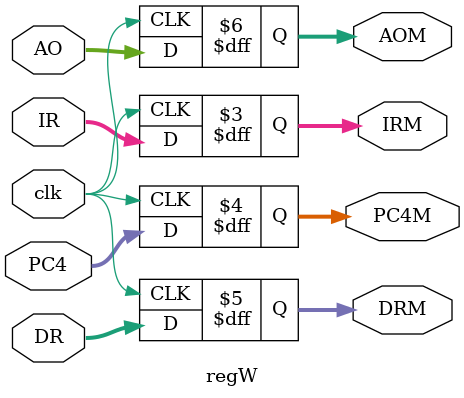
<source format=v>
`timescale 1ns / 1ps

`include "const.v"

module regD(
        input clk,
        input enD,
        input FlushD,
        input [31:0] IR,
        input [31:0] PC4,
        output reg [31:0] IRD,
        output reg [31:0] PC4D
       );
initial begin
    IRD = 0;
    PC4D = 0;
end

always @(posedge clk) begin
    if(enD) begin
        IRD = IR;
        PC4D = PC4;
    end
    if(FlushD) begin
        IRD = 0;
        PC4D = 0;
    end
end


endmodule


module regE(
    input clk,
    input FlushE,
    input [31:0] IR,
    input [31:0] PC4,
    input [31:0] RS,
    input [31:0] RT,
    input [31:0] D32,
    output reg [31:0] IRE,
    output reg [31:0] PC4E,
    output reg [31:0] RSE,
    output reg [31:0] RTE,
    output reg [31:0] D32E
);

initial begin
    IRE = 0;
    PC4E = 0;
    RSE = 0;
    RTE = 0;
    D32E = 0;
end

always @(posedge clk) begin
    IRE = IR;
    PC4E = PC4;
    RSE = RS;
    RTE = RT;
    D32E = D32;
    if(FlushE) begin
        IRE = 0;
        PC4E = 0;
        RSE = 0;
        RTE = 0;
        D32E = 0;
    end
end

endmodule

module regM(
    input clk,
    input [31:0] IR,
    input [31:0] PC4,
    input [31:0] RT,
    input [31:0] AO,
    output reg [31:0] IRM,
    output reg [31:0] PC4M,
    output reg [31:0] RTM,
    output reg [31:0] AOM
);

initial begin
    IRM = 0;
    PC4M = 0;
    RTM = 0;
    AOM = 0;
end

always @(posedge clk) begin
    IRM = IR;
    PC4M = PC4;
    RTM = RTM;
    AOM = AO;
end

endmodule // regM

module regW(
    input clk,
    input [31:0] IR,
    input [31:0] PC4,
    input [31:0] DR,
    input [31:0] AO,
    output reg [31:0] IRM,
    output reg [31:0] PC4M,
    output reg [31:0] DRM,
    output reg [31:0] AOM
);

initial begin
    IRM = 0;
    PC4M = 0;
    DRM = 0;
    AOM = 0;
end

always @(posedge clk) begin
    IRM = IR;
    PC4M = PC4;
    DRM = DR;
    AOM = AO;
end

endmodule // regW


</source>
